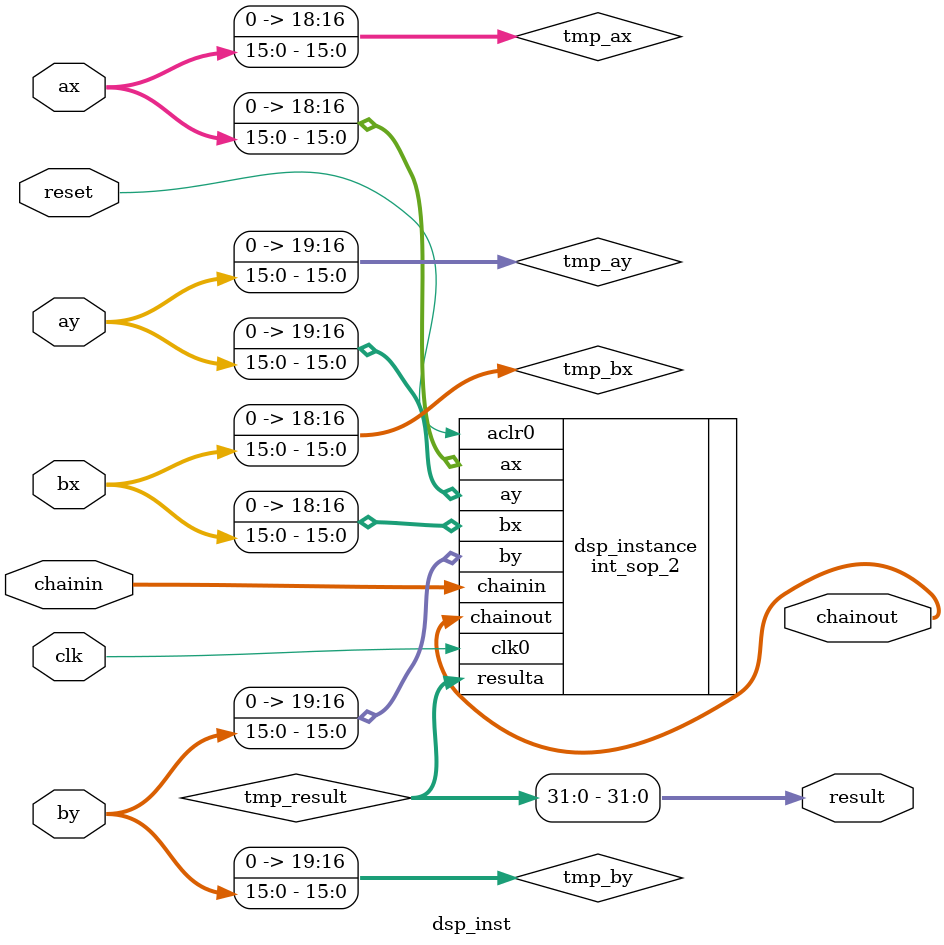
<source format=v>
/* Simplified MVM used for FPT'23 */

module mvm (
	clk,
	rst,
	rx_tvalid,
	rx_tdata,
	rx_tstrb,
	rx_tkeep,
	rx_tid,
	rx_tdest,
	rx_tuser,
	rx_tlast,
	rx_tready,	
	tx_tvalid,
	tx_tdata,
	tx_tstrb,
	tx_tkeep,
	tx_tid,
	tx_tdest,
	tx_tuser,
	tx_tlast,
	tx_tready
);

input wire          clk;
input wire          rst;
// Rx interface
input wire          rx_tvalid;
input wire  [511:0] rx_tdata;
input wire  [ 63:0] rx_tstrb;
input wire  [ 63:0] rx_tkeep;
input wire  [  7:0] rx_tid;
input wire  [  7:0] rx_tdest;
input wire  [ 31:0] rx_tuser;
input wire          rx_tlast;
output wire         rx_tready;	
// Tx interface
output wire         tx_tvalid;
output wire [511:0] tx_tdata;
output wire [ 63:0] tx_tstrb;
output wire [ 63:0] tx_tkeep;
output wire [  7:0] tx_tid;
output wire [  7:0] tx_tdest;
output wire [ 31:0] tx_tuser;
output wire         tx_tlast;
input  wire         tx_tready;

// Hook up unused Rx signals to dummy registers to avoid being synthesized away
reg [63:0] dummy_rx_tstrb;
reg [63:0] dummy_rx_tkeep;
reg [63:0] dummy_rx_tdest;

always @ (posedge clk) begin
	dummy_rx_tstrb <= rx_tstrb;
	dummy_rx_tkeep <= rx_tkeep;
	dummy_rx_tdest <= rx_tdest;
end

wire [8:0] inst_raddr;
assign inst_raddr = rx_tuser[15:9];
wire [8:0] inst_waddr;
assign inst_waddr = rx_tuser[8:0];
wire inst_wen;
assign inst_wen = (rx_tid == 0);
wire [511:0] inst_wdata;
assign inst_wdata = rx_tdata;
wire [511:0] inst_rdata; 
wire [8:0] inst_rf_raddr, inst_accum_raddr;
wire inst_reduce, inst_accum_en, inst_release, inst_jump, inst_en, inst_last;

memory_block instruction_fifo (.clk(clk), .waddr(inst_waddr), .wen(inst_wen), .wdata(inst_wdata), .raddr(inst_raddr), .rdata(inst_rdata));

assign inst_rf_raddr = inst_rdata[23:15];
assign inst_accum_raddr = inst_rdata[14:6];
assign inst_last = inst_rdata[5];
assign inst_reduce = inst_rdata[2];
assign inst_accum_en = inst_rdata[3];
assign inst_release = inst_rdata[4];
assign inst_jump = inst_rdata[1];
assign inst_en = inst_rdata[0];

wire input_fifo_empty, input_fifo_full;
wire [511:0] input_fifo_idata;
assign input_fifo_idata = rx_tdata;
wire [511:0] input_fifo_odata;
wire input_fifo_push, input_fifo_pop;
assign input_fifo_push = (rx_tid == 2);
assign input_fifo_pop = inst_last;

fifo_mvm input_fifo (.clk(clk), .rst(rst), .push(input_fifo_push), .idata(input_fifo_idata), .pop(input_fifo_pop), .odata(input_fifo_odata), .empty(input_fifo_empty), .full(input_fifo_full));

wire reduction_fifo_empty, reduction_fifo_full;
wire [511:0] reduction_fifo_idata;
assign reduction_fifo_idata = rx_tdata;
wire [511:0] reduction_fifo_odata;
wire reduction_fifo_push, reduction_fifo_pop;
assign reduction_fifo_push = (rx_tid == 1);
assign reduction_fifo_pop = inst_reduce && !reduction_fifo_empty;

fifo_mvm reduction_fifo (.clk(clk), .rst(rst), .push(reduction_fifo_push), .idata(reduction_fifo_idata), .pop(reduction_fifo_pop), .odata(reduction_fifo_odata), .empty(reduction_fifo_empty), .full(reduction_fifo_full));

wire [8:0] accum_mem_waddr;
wire [511:0] accum_mem_rdata;
wire [17:0] temp_accum_addr, delay_accum_addr;
assign temp_accum_addr = {9'b0, inst_accum_raddr};

dpe_pipeline accum_addr_pipeline (.clk(clk), .rst(rst), .data_in(temp_accum_addr), .data_out(delay_accum_addr));

wire [8:0] rf_waddr;
assign rf_waddr = rx_tuser[8:0];
wire [511:0] rf_wdata;
assign rf_wdata = rx_tdata;
wire [15:0] rf_wen;
assign rf_wen = rx_tuser[24:9];
wire [511:0] rf_rdata_1, rf_rdata_2, rf_rdata_3, rf_rdata_4, rf_rdata_5, rf_rdata_6, rf_rdata_7, rf_rdata_8,
             rf_rdata_9, rf_rdata_10, rf_rdata_11, rf_rdata_12, rf_rdata_13, rf_rdata_14, rf_rdata_15, rf_rdata_16;

wire [511:0] dpe_results;
wire [15:0] dpe_ovalid;

memory_block accum_mem (.clk(clk), .waddr(delay_accum_addr[8:0]), .wen(dpe_ovalid[0]), .wdata(dpe_results), .raddr(inst_accum_raddr), .rdata(accum_mem_rdata));


memory_block rf_01(.clk(clk), .waddr(rf_waddr), .wen(rf_wen[0]), .wdata(rf_wdata), .raddr(inst_rf_raddr), .rdata(rf_rdata_1));
memory_block rf_02(.clk(clk), .waddr(rf_waddr), .wen(rf_wen[1]), .wdata(rf_wdata), .raddr(inst_rf_raddr), .rdata(rf_rdata_2));
memory_block rf_03(.clk(clk), .waddr(rf_waddr), .wen(rf_wen[2]), .wdata(rf_wdata), .raddr(inst_rf_raddr), .rdata(rf_rdata_3));
memory_block rf_04(.clk(clk), .waddr(rf_waddr), .wen(rf_wen[3]), .wdata(rf_wdata), .raddr(inst_rf_raddr), .rdata(rf_rdata_4));
memory_block rf_05(.clk(clk), .waddr(rf_waddr), .wen(rf_wen[4]), .wdata(rf_wdata), .raddr(inst_rf_raddr), .rdata(rf_rdata_5));
memory_block rf_06(.clk(clk), .waddr(rf_waddr), .wen(rf_wen[5]), .wdata(rf_wdata), .raddr(inst_rf_raddr), .rdata(rf_rdata_6));
memory_block rf_07(.clk(clk), .waddr(rf_waddr), .wen(rf_wen[6]), .wdata(rf_wdata), .raddr(inst_rf_raddr), .rdata(rf_rdata_7));
memory_block rf_08(.clk(clk), .waddr(rf_waddr), .wen(rf_wen[7]), .wdata(rf_wdata), .raddr(inst_rf_raddr), .rdata(rf_rdata_8));
memory_block rf_09(.clk(clk), .waddr(rf_waddr), .wen(rf_wen[8]), .wdata(rf_wdata), .raddr(inst_rf_raddr), .rdata(rf_rdata_9));
memory_block rf_10(.clk(clk), .waddr(rf_waddr), .wen(rf_wen[9]), .wdata(rf_wdata), .raddr(inst_rf_raddr), .rdata(rf_rdata_10));
memory_block rf_11(.clk(clk), .waddr(rf_waddr), .wen(rf_wen[10]), .wdata(rf_wdata), .raddr(inst_rf_raddr), .rdata(rf_rdata_11));
memory_block rf_12(.clk(clk), .waddr(rf_waddr), .wen(rf_wen[11]), .wdata(rf_wdata), .raddr(inst_rf_raddr), .rdata(rf_rdata_12));
memory_block rf_13(.clk(clk), .waddr(rf_waddr), .wen(rf_wen[12]), .wdata(rf_wdata), .raddr(inst_rf_raddr), .rdata(rf_rdata_13));
memory_block rf_14(.clk(clk), .waddr(rf_waddr), .wen(rf_wen[13]), .wdata(rf_wdata), .raddr(inst_rf_raddr), .rdata(rf_rdata_14));
memory_block rf_15(.clk(clk), .waddr(rf_waddr), .wen(rf_wen[14]), .wdata(rf_wdata), .raddr(inst_rf_raddr), .rdata(rf_rdata_15));
memory_block rf_16(.clk(clk), .waddr(rf_waddr), .wen(rf_wen[15]), .wdata(rf_wdata), .raddr(inst_rf_raddr), .rdata(rf_rdata_16));

wire dpe_ivalid;
assign dpe_ivalid = inst_en && inst_release;
dpe dpe_01 (.clk(clk), .rst(rst), .ivalid(dpe_ivalid), .accum(inst_accum_en), .reduce(inst_reduce), .dataa(input_fifo_odata), .datab(rf_rdata_1), .datac(reduction_fifo_odata[(32*1)-1:32*0]), .datad(accum_mem_rdata[(32*1)-1:32*0]), .result(dpe_results[(32*1)-1:32*0]), .ovalid(dpe_ovalid[0]));
dpe dpe_02 (.clk(clk), .rst(rst), .ivalid(dpe_ivalid), .accum(inst_accum_en), .reduce(inst_reduce), .dataa(input_fifo_odata), .datab(rf_rdata_2), .datac(reduction_fifo_odata[(32*2)-1:32*1]), .datad(accum_mem_rdata[(32*2)-1:32*1]), .result(dpe_results[(32*2)-1:32*1]), .ovalid(dpe_ovalid[1]));
dpe dpe_03 (.clk(clk), .rst(rst), .ivalid(dpe_ivalid), .accum(inst_accum_en), .reduce(inst_reduce), .dataa(input_fifo_odata), .datab(rf_rdata_3), .datac(reduction_fifo_odata[(32*3)-1:32*2]), .datad(accum_mem_rdata[(32*3)-1:32*2]), .result(dpe_results[(32*3)-1:32*2]), .ovalid(dpe_ovalid[2]));
dpe dpe_04 (.clk(clk), .rst(rst), .ivalid(dpe_ivalid), .accum(inst_accum_en), .reduce(inst_reduce), .dataa(input_fifo_odata), .datab(rf_rdata_4), .datac(reduction_fifo_odata[(32*4)-1:32*3]), .datad(accum_mem_rdata[(32*4)-1:32*3]), .result(dpe_results[(32*4)-1:32*3]), .ovalid(dpe_ovalid[3]));
dpe dpe_05 (.clk(clk), .rst(rst), .ivalid(dpe_ivalid), .accum(inst_accum_en), .reduce(inst_reduce), .dataa(input_fifo_odata), .datab(rf_rdata_5), .datac(reduction_fifo_odata[(32*5)-1:32*4]), .datad(accum_mem_rdata[(32*5)-1:32*4]), .result(dpe_results[(32*5)-1:32*4]), .ovalid(dpe_ovalid[4]));
dpe dpe_06 (.clk(clk), .rst(rst), .ivalid(dpe_ivalid), .accum(inst_accum_en), .reduce(inst_reduce), .dataa(input_fifo_odata), .datab(rf_rdata_6), .datac(reduction_fifo_odata[(32*6)-1:32*5]), .datad(accum_mem_rdata[(32*6)-1:32*5]), .result(dpe_results[(32*6)-1:32*5]), .ovalid(dpe_ovalid[5]));
dpe dpe_07 (.clk(clk), .rst(rst), .ivalid(dpe_ivalid), .accum(inst_accum_en), .reduce(inst_reduce), .dataa(input_fifo_odata), .datab(rf_rdata_7), .datac(reduction_fifo_odata[(32*7)-1:32*6]), .datad(accum_mem_rdata[(32*7)-1:32*6]), .result(dpe_results[(32*7)-1:32*6]), .ovalid(dpe_ovalid[6]));
dpe dpe_08 (.clk(clk), .rst(rst), .ivalid(dpe_ivalid), .accum(inst_accum_en), .reduce(inst_reduce), .dataa(input_fifo_odata), .datab(rf_rdata_8), .datac(reduction_fifo_odata[(32*8)-1:32*7]), .datad(accum_mem_rdata[(32*8)-1:32*7]), .result(dpe_results[(32*8)-1:32*7]), .ovalid(dpe_ovalid[7]));
dpe dpe_09 (.clk(clk), .rst(rst), .ivalid(dpe_ivalid), .accum(inst_accum_en), .reduce(inst_reduce), .dataa(input_fifo_odata), .datab(rf_rdata_9), .datac(reduction_fifo_odata[(32*9)-1:32*8]), .datad(accum_mem_rdata[(32*9)-1:32*8]), .result(dpe_results[(32*9)-1:32*8]), .ovalid(dpe_ovalid[8]));
dpe dpe_10 (.clk(clk), .rst(rst), .ivalid(dpe_ivalid), .accum(inst_accum_en), .reduce(inst_reduce), .dataa(input_fifo_odata), .datab(rf_rdata_10), .datac(reduction_fifo_odata[(32*10)-1:32*9]), .datad(accum_mem_rdata[(32*10)-1:32*9]), .result(dpe_results[(32*10)-1:32*9]), .ovalid(dpe_ovalid[9]));
dpe dpe_11 (.clk(clk), .rst(rst), .ivalid(dpe_ivalid), .accum(inst_accum_en), .reduce(inst_reduce), .dataa(input_fifo_odata), .datab(rf_rdata_11), .datac(reduction_fifo_odata[(32*11)-1:32*10]), .datad(accum_mem_rdata[(32*11)-1:32*10]), .result(dpe_results[(32*11)-1:32*10]), .ovalid(dpe_ovalid[10]));
dpe dpe_12 (.clk(clk), .rst(rst), .ivalid(dpe_ivalid), .accum(inst_accum_en), .reduce(inst_reduce), .dataa(input_fifo_odata), .datab(rf_rdata_12), .datac(reduction_fifo_odata[(32*12)-1:32*11]), .datad(accum_mem_rdata[(32*12)-1:32*11]), .result(dpe_results[(32*12)-1:32*11]), .ovalid(dpe_ovalid[11]));
dpe dpe_13 (.clk(clk), .rst(rst), .ivalid(dpe_ivalid), .accum(inst_accum_en), .reduce(inst_reduce), .dataa(input_fifo_odata), .datab(rf_rdata_13), .datac(reduction_fifo_odata[(32*13)-1:32*12]), .datad(accum_mem_rdata[(32*13)-1:32*12]), .result(dpe_results[(32*13)-1:32*12]), .ovalid(dpe_ovalid[12]));
dpe dpe_14 (.clk(clk), .rst(rst), .ivalid(dpe_ivalid), .accum(inst_accum_en), .reduce(inst_reduce), .dataa(input_fifo_odata), .datab(rf_rdata_14), .datac(reduction_fifo_odata[(32*14)-1:32*13]), .datad(accum_mem_rdata[(32*14)-1:32*13]), .result(dpe_results[(32*14)-1:32*13]), .ovalid(dpe_ovalid[13]));
dpe dpe_15 (.clk(clk), .rst(rst), .ivalid(dpe_ivalid), .accum(inst_accum_en), .reduce(inst_reduce), .dataa(input_fifo_odata), .datab(rf_rdata_15), .datac(reduction_fifo_odata[(32*15)-1:32*14]), .datad(accum_mem_rdata[(32*15)-1:32*14]), .result(dpe_results[(32*15)-1:32*14]), .ovalid(dpe_ovalid[14]));
dpe dpe_16 (.clk(clk), .rst(rst), .ivalid(dpe_ivalid), .accum(inst_accum_en), .reduce(inst_reduce), .dataa(input_fifo_odata), .datab(rf_rdata_16), .datac(reduction_fifo_odata[(32*16)-1:32*15]), .datad(accum_mem_rdata[(32*16)-1:32*15]), .result(dpe_results[(32*16)-1:32*15]), .ovalid(dpe_ovalid[15]));

wire output_fifo_empty, output_fifo_full;
wire [511:0] output_fifo_odata;
wire output_fifo_pop;
assign output_fifo_pop = tx_tready && !output_fifo_empty;
fifo_mvm output_fifo (.clk(clk), .rst(rst), .push(dpe_ovalid[0]), .idata(dpe_results), .pop(output_fifo_pop), .odata(output_fifo_odata), .empty(output_fifo_empty), .full(output_fifo_full));

reg [ 63:0] r_tx_tstrb;
reg [ 63:0] r_tx_tkeep;
reg [  7:0] r_tx_tid;
reg [  7:0] r_tx_tdest;
reg [ 31:0] r_tx_tuser;
reg         r_tx_tlast;
always @ (posedge clk) begin
  if (rst) begin
    r_tx_tstrb <= 0;
    r_tx_tkeep <= 0;
    r_tx_tid   <= 0;
    r_tx_tdest <= 0;
    r_tx_tuser <= 0;
    r_tx_tlast <= 0;
  end else begin
    r_tx_tstrb <= rx_tstrb;
    r_tx_tkeep <= rx_tkeep;
    r_tx_tid   <= rx_tid;
    r_tx_tdest <= rx_tdest;
    r_tx_tuser <= rx_tuser;
    r_tx_tlast <= rx_tlast;
  end
end

assign tx_tvalid = tx_tready && !output_fifo_empty;
assign tx_tdata  = output_fifo_odata;
assign tx_tstrb  = r_tx_tstrb;
assign tx_tkeep  = r_tx_tkeep;
assign tx_tid    = r_tx_tid; 
assign tx_tdest  = r_tx_tdest;
assign tx_tuser  = r_tx_tuser;
assign tx_tlast  = r_tx_tlast;
assign rx_tready = !input_fifo_full;

endmodule


module dpe (
	clk,
	rst,
	ivalid,
	accum,
	reduce,
	dataa,
	datab,
	datac,
	datad,
	result,
	ovalid
);

input  wire         clk;
input  wire         rst;
input  wire         ivalid;
input  wire         accum;
input  wire         reduce;
input  wire [511:0] dataa;
input  wire [511:0] datab;
input  wire [ 31:0] datac;
input  wire [ 31:0] datad;
output wire [ 31:0] result;
output wire         ovalid;

wire [36:0] chain_atom01_to_atom00, chain_atom02_to_atom01, chain_atom03_to_atom02, chain_atom04_to_atom03, 
						chain_atom05_to_atom04, chain_atom06_to_atom05, chain_atom07_to_atom06, chain_atom08_to_atom07, 
						chain_atom09_to_atom08, chain_atom10_to_atom09, chain_atom11_to_atom10, chain_atom12_to_atom11, 
						chain_atom13_to_atom12, chain_atom14_to_atom13, chain_atom15_to_atom14, dummy_chain;
wire [31:0] res15, res14, res13, res12, res11, res10, res09, res08, res07, res06, res05, res04, res03, res02, res01, res00;

wire [33:0] temp_datac, temp_datad, delay_datac, delay_datad;
assign temp_datac = {ivalid, accum,  datac};
assign temp_datad = {ivalid, reduce, datad};

dpe_pipeline datac_pipe (.clk(clk), .rst(rst), .data_in(temp_datac), .data_out(delay_datac));
dpe_pipeline datad_pipe (.clk(clk), .rst(rst), .data_in(temp_datad), .data_out(delay_datad));

dsp_inst d15(.clk(clk), .reset(rst), .ax(dataa[ (16*1)-1: 16*0]), .ay(datab[ (16*1)-1: 16*0]), .bx(dataa[ (16*2)-1: 16*1]), .by(datab[ (16*2)-1: 16*1]), .chainin(                 37'd0), .result(res15), .chainout(chain_atom15_to_atom14));
dsp_inst d14(.clk(clk), .reset(rst), .ax(dataa[ (16*3)-1: 16*2]), .ay(datab[ (16*3)-1: 16*2]), .bx(dataa[ (16*4)-1: 16*3]), .by(datab[ (16*4)-1: 16*3]), .chainin(chain_atom15_to_atom14), .result(res14), .chainout(chain_atom14_to_atom13));
dsp_inst d13(.clk(clk), .reset(rst), .ax(dataa[ (16*5)-1: 16*4]), .ay(datab[ (16*5)-1: 16*4]), .bx(dataa[ (16*6)-1: 16*5]), .by(datab[ (16*6)-1: 16*5]), .chainin(chain_atom14_to_atom13), .result(res13), .chainout(chain_atom13_to_atom12));
dsp_inst d12(.clk(clk), .reset(rst), .ax(dataa[ (16*7)-1: 16*6]), .ay(datab[ (16*7)-1: 16*6]), .bx(dataa[ (16*8)-1: 16*7]), .by(datab[ (16*8)-1: 16*7]), .chainin(chain_atom13_to_atom12), .result(res12), .chainout(chain_atom12_to_atom11));
dsp_inst d11(.clk(clk), .reset(rst), .ax(dataa[ (16*9)-1: 16*8]), .ay(datab[ (16*9)-1: 16*8]), .bx(dataa[(16*10)-1: 16*9]), .by(datab[(16*10)-1: 16*9]), .chainin(chain_atom12_to_atom11), .result(res11), .chainout(chain_atom11_to_atom10));
dsp_inst d10(.clk(clk), .reset(rst), .ax(dataa[(16*11)-1:16*10]), .ay(datab[(16*11)-1:16*10]), .bx(dataa[(16*12)-1:16*11]), .by(datab[(16*12)-1:16*11]), .chainin(chain_atom11_to_atom10), .result(res10), .chainout(chain_atom10_to_atom09));
dsp_inst d09(.clk(clk), .reset(rst), .ax(dataa[(16*13)-1:16*12]), .ay(datab[(16*13)-1:16*12]), .bx(dataa[(16*14)-1:16*13]), .by(datab[(16*14)-1:16*13]), .chainin(chain_atom10_to_atom09), .result(res09), .chainout(chain_atom09_to_atom08));
dsp_inst d08(.clk(clk), .reset(rst), .ax(dataa[(16*15)-1:16*14]), .ay(datab[(16*15)-1:16*14]), .bx(dataa[(16*16)-1:16*15]), .by(datab[(16*16)-1:16*15]), .chainin(chain_atom09_to_atom08), .result(res08), .chainout(chain_atom08_to_atom07));
dsp_inst d07(.clk(clk), .reset(rst), .ax(dataa[(16*17)-1:16*16]), .ay(datab[(16*17)-1:16*16]), .bx(dataa[(16*18)-1:16*17]), .by(datab[(16*18)-1:16*17]), .chainin(chain_atom08_to_atom07), .result(res07), .chainout(chain_atom07_to_atom06));
dsp_inst d06(.clk(clk), .reset(rst), .ax(dataa[(16*19)-1:16*18]), .ay(datab[(16*19)-1:16*18]), .bx(dataa[(16*20)-1:16*19]), .by(datab[(16*20)-1:16*19]), .chainin(chain_atom07_to_atom06), .result(res06), .chainout(chain_atom06_to_atom05));
dsp_inst d05(.clk(clk), .reset(rst), .ax(dataa[(16*21)-1:16*20]), .ay(datab[(16*21)-1:16*20]), .bx(dataa[(16*22)-1:16*21]), .by(datab[(16*22)-1:16*21]), .chainin(chain_atom06_to_atom05), .result(res05), .chainout(chain_atom05_to_atom04));
dsp_inst d04(.clk(clk), .reset(rst), .ax(dataa[(16*23)-1:16*22]), .ay(datab[(16*23)-1:16*22]), .bx(dataa[(16*24)-1:16*23]), .by(datab[(16*24)-1:16*23]), .chainin(chain_atom05_to_atom04), .result(res04), .chainout(chain_atom04_to_atom03));
dsp_inst d03(.clk(clk), .reset(rst), .ax(dataa[(16*25)-1:16*24]), .ay(datab[(16*25)-1:16*24]), .bx(dataa[(16*26)-1:16*25]), .by(datab[(16*26)-1:16*25]), .chainin(chain_atom04_to_atom03), .result(res03), .chainout(chain_atom03_to_atom02));
dsp_inst d02(.clk(clk), .reset(rst), .ax(dataa[(16*27)-1:16*26]), .ay(datab[(16*27)-1:16*26]), .bx(dataa[(16*28)-1:16*27]), .by(datab[(16*28)-1:16*27]), .chainin(chain_atom03_to_atom02), .result(res02), .chainout(chain_atom02_to_atom01));
dsp_inst d01(.clk(clk), .reset(rst), .ax(dataa[(16*29)-1:16*28]), .ay(datab[(16*29)-1:16*28]), .bx(dataa[(16*30)-1:16*29]), .by(datab[(16*30)-1:16*29]), .chainin(chain_atom02_to_atom01), .result(res01), .chainout(chain_atom01_to_atom00));
dsp_inst d00(.clk(clk), .reset(rst), .ax(dataa[(16*31)-1:16*30]), .ay(datab[(16*31)-1:16*30]), .bx(dataa[(16*32)-1:16*31]), .by(datab[(16*32)-1:16*31]), .chainin(chain_atom01_to_atom00), .result(res00), .chainout(           dummy_chain));

reg [31:0] r_result;
reg r_ovalid;

always @ (posedge clk) begin
	if (rst) begin
		r_result <= 0;
		r_ovalid <= 1'b0;
	end else begin
		if (delay_datac[33]) begin
			if (delay_datac[32] && delay_datad[32]) begin
				r_result <= res00 + delay_datac[31:0] + delay_datad[31:0];
			end else if (delay_datac[32] && !delay_datad[32]) begin
				r_result <= res00 + delay_datac[31:0];
			end else if (!delay_datac[32] && delay_datad[32]) begin
				r_result <= res00 + delay_datad[31:0];
			end else begin
				r_result <= res00;
			end
		end
		r_ovalid <= delay_datac[33] && delay_datad[33];
	end
end

assign result = r_result;
assign ovalid = r_ovalid;

endmodule

module memory_block (
	clk,
	waddr,
	wen,
	wdata,
	raddr,
	rdata
);

input  wire         clk;
input  wire [  8:0] waddr;
input  wire         wen;
input  wire [511:0] wdata;
input  wire [  8:0] raddr;
output wire [511:0] rdata;

bram_inst b0  (.clk(clk), .wen(wen), .wdata(wdata[(32*1)-1:32*0]),   .waddr(waddr), .raddr(raddr), .rdata(rdata[(32*1)-1:32*0]));
bram_inst b1  (.clk(clk), .wen(wen), .wdata(wdata[(32*2)-1:32*1]),   .waddr(waddr), .raddr(raddr), .rdata(rdata[(32*2)-1:32*1]));
bram_inst b2  (.clk(clk), .wen(wen), .wdata(wdata[(32*3)-1:32*2]),   .waddr(waddr), .raddr(raddr), .rdata(rdata[(32*3)-1:32*2]));
bram_inst b3  (.clk(clk), .wen(wen), .wdata(wdata[(32*4)-1:32*3]),   .waddr(waddr), .raddr(raddr), .rdata(rdata[(32*4)-1:32*3]));
bram_inst b4  (.clk(clk), .wen(wen), .wdata(wdata[(32*5)-1:32*4]),   .waddr(waddr), .raddr(raddr), .rdata(rdata[(32*5)-1:32*4]));
bram_inst b5  (.clk(clk), .wen(wen), .wdata(wdata[(32*6)-1:32*5]),   .waddr(waddr), .raddr(raddr), .rdata(rdata[(32*6)-1:32*5]));
bram_inst b6  (.clk(clk), .wen(wen), .wdata(wdata[(32*7)-1:32*6]),   .waddr(waddr), .raddr(raddr), .rdata(rdata[(32*7)-1:32*6]));
bram_inst b7  (.clk(clk), .wen(wen), .wdata(wdata[(32*8)-1:32*7]),   .waddr(waddr), .raddr(raddr), .rdata(rdata[(32*8)-1:32*7]));
bram_inst b8  (.clk(clk), .wen(wen), .wdata(wdata[(32*9)-1:32*8]),   .waddr(waddr), .raddr(raddr), .rdata(rdata[(32*9)-1:32*8]));
bram_inst b9  (.clk(clk), .wen(wen), .wdata(wdata[(32*10)-1:32*9]),  .waddr(waddr), .raddr(raddr), .rdata(rdata[(32*10)-1:32*9]));
bram_inst b10 (.clk(clk), .wen(wen), .wdata(wdata[(32*11)-1:32*10]), .waddr(waddr), .raddr(raddr), .rdata(rdata[(32*11)-1:32*10]));
bram_inst b11 (.clk(clk), .wen(wen), .wdata(wdata[(32*12)-1:32*11]), .waddr(waddr), .raddr(raddr), .rdata(rdata[(32*12)-1:32*11]));
bram_inst b12 (.clk(clk), .wen(wen), .wdata(wdata[(32*13)-1:32*12]), .waddr(waddr), .raddr(raddr), .rdata(rdata[(32*13)-1:32*12]));
bram_inst b13 (.clk(clk), .wen(wen), .wdata(wdata[(32*14)-1:32*13]), .waddr(waddr), .raddr(raddr), .rdata(rdata[(32*14)-1:32*13]));
bram_inst b14 (.clk(clk), .wen(wen), .wdata(wdata[(32*15)-1:32*14]), .waddr(waddr), .raddr(raddr), .rdata(rdata[(32*15)-1:32*14]));
bram_inst b15 (.clk(clk), .wen(wen), .wdata(wdata[(32*16)-1:32*15]), .waddr(waddr), .raddr(raddr), .rdata(rdata[(32*16)-1:32*15]));

endmodule

module fifo_mvm (
  clk,
  rst,
  push,
  idata,
  pop,
  odata,
  empty,
  full
);

input  wire clk;
input  wire rst;
input  wire push;
input  wire [511:0] idata;
input  wire pop;
output wire [511:0] odata;
output reg empty;
output reg full;

reg [8:0] head_ptr;
reg [8:0] tail_ptr;

bram_inst b0  (.clk(clk), .wen(push), .wdata(idata[(32*1)-1:32*0]),   .waddr(tail_ptr), .raddr(head_ptr), .rdata(odata[(32*1)-1:32*0]));
bram_inst b1  (.clk(clk), .wen(push), .wdata(idata[(32*2)-1:32*1]),   .waddr(tail_ptr), .raddr(head_ptr), .rdata(odata[(32*2)-1:32*1]));
bram_inst b2  (.clk(clk), .wen(push), .wdata(idata[(32*3)-1:32*2]),   .waddr(tail_ptr), .raddr(head_ptr), .rdata(odata[(32*3)-1:32*2]));
bram_inst b3  (.clk(clk), .wen(push), .wdata(idata[(32*4)-1:32*3]),   .waddr(tail_ptr), .raddr(head_ptr), .rdata(odata[(32*4)-1:32*3]));
bram_inst b4  (.clk(clk), .wen(push), .wdata(idata[(32*5)-1:32*4]),   .waddr(tail_ptr), .raddr(head_ptr), .rdata(odata[(32*5)-1:32*4]));
bram_inst b5  (.clk(clk), .wen(push), .wdata(idata[(32*6)-1:32*5]),   .waddr(tail_ptr), .raddr(head_ptr), .rdata(odata[(32*6)-1:32*5]));
bram_inst b6  (.clk(clk), .wen(push), .wdata(idata[(32*7)-1:32*6]),   .waddr(tail_ptr), .raddr(head_ptr), .rdata(odata[(32*7)-1:32*6]));
bram_inst b7  (.clk(clk), .wen(push), .wdata(idata[(32*8)-1:32*7]),   .waddr(tail_ptr), .raddr(head_ptr), .rdata(odata[(32*8)-1:32*7]));
bram_inst b8  (.clk(clk), .wen(push), .wdata(idata[(32*9)-1:32*8]),   .waddr(tail_ptr), .raddr(head_ptr), .rdata(odata[(32*9)-1:32*8]));
bram_inst b9  (.clk(clk), .wen(push), .wdata(idata[(32*10)-1:32*9]),  .waddr(tail_ptr), .raddr(head_ptr), .rdata(odata[(32*10)-1:32*9]));
bram_inst b10 (.clk(clk), .wen(push), .wdata(idata[(32*11)-1:32*10]), .waddr(tail_ptr), .raddr(head_ptr), .rdata(odata[(32*11)-1:32*10]));
bram_inst b11 (.clk(clk), .wen(push), .wdata(idata[(32*12)-1:32*11]), .waddr(tail_ptr), .raddr(head_ptr), .rdata(odata[(32*12)-1:32*11]));
bram_inst b12 (.clk(clk), .wen(push), .wdata(idata[(32*13)-1:32*12]), .waddr(tail_ptr), .raddr(head_ptr), .rdata(odata[(32*13)-1:32*12]));
bram_inst b13 (.clk(clk), .wen(push), .wdata(idata[(32*14)-1:32*13]), .waddr(tail_ptr), .raddr(head_ptr), .rdata(odata[(32*14)-1:32*13]));
bram_inst b14 (.clk(clk), .wen(push), .wdata(idata[(32*15)-1:32*14]), .waddr(tail_ptr), .raddr(head_ptr), .rdata(odata[(32*15)-1:32*14]));
bram_inst b15 (.clk(clk), .wen(push), .wdata(idata[(32*16)-1:32*15]), .waddr(tail_ptr), .raddr(head_ptr), .rdata(odata[(32*16)-1:32*15]));

always @ (posedge clk) begin
	if (rst) begin
		head_ptr <= 0;
		tail_ptr <= 0;
	end else begin
		if (push) tail_ptr <= tail_ptr + 1;		
		if (pop)  head_ptr <= head_ptr + 1;
	end
end

always @ (*) begin
  if (tail_ptr == head_ptr) begin
    empty = 1'b1;
  end else begin
    empty = 1'b0;
  end

  if (tail_ptr+1 == head_ptr) begin
    full = 1'b1;
  end else begin
    full = 1'b0;
  end
end

endmodule


module bram_inst(
	clk,
	wen,
	wdata,
	waddr,
	raddr,
	rdata
);

input  wire        clk;
input  wire        wen;
input  wire [31:0] wdata;
input  wire [ 8:0] waddr;
input  wire [ 8:0] raddr;
output wire [31:0] rdata;

wire [39:0] rtemp;
wire [39:0] wtemp;
wire [8:0] addrtemp;
assign rdata = rtemp[31:0];
assign wtemp = {8'd0, wdata};
assign addrtemp = waddr | raddr;

single_port_ram bram_instance(
	.data(wtemp),
	.q(rtemp),
	.address(addrtemp),
	.wren(wen),
	.clock(clk)
);

endmodule


module dpe_pipeline (
	clk,
	rst,
	data_in,
	data_out
);

input  wire        clk;
input  wire        rst;
input  wire [33:0] data_in;
output wire [33:0] data_out;

reg [33:0] r_pipeline_00; 
reg [33:0] r_pipeline_01;
reg [33:0] r_pipeline_02;
reg [33:0] r_pipeline_03;  
reg [33:0] r_pipeline_04; 
reg [33:0] r_pipeline_05;
reg [33:0] r_pipeline_06;
reg [33:0] r_pipeline_07;  
reg [33:0] r_pipeline_08; 
reg [33:0] r_pipeline_09;
reg [33:0] r_pipeline_10;
reg [33:0] r_pipeline_11;  
reg [33:0] r_pipeline_12; 
reg [33:0] r_pipeline_13;
reg [33:0] r_pipeline_14;
reg [33:0] r_pipeline_15; 
reg [33:0] r_pipeline_16;
reg [33:0] r_pipeline_17;
reg [33:0] r_pipeline_18;  
reg [33:0] r_pipeline_19; 
reg [33:0] r_pipeline_20;
reg [33:0] r_pipeline_21;
reg [33:0] r_pipeline_22;  
reg [33:0] r_pipeline_23; 
reg [33:0] r_pipeline_24;
reg [33:0] r_pipeline_25;
reg [33:0] r_pipeline_26;  
reg [33:0] r_pipeline_27; 
reg [33:0] r_pipeline_28;
reg [33:0] r_pipeline_29;
reg [33:0] r_pipeline_30;
reg [33:0] r_pipeline_31;

always @ (posedge clk) begin
	if (rst) begin
		r_pipeline_00 <= 0;
		r_pipeline_01 <= 0;
		r_pipeline_02 <= 0;
		r_pipeline_03 <= 0;
		r_pipeline_04 <= 0;
		r_pipeline_05 <= 0;
		r_pipeline_06 <= 0;
		r_pipeline_07 <= 0;
		r_pipeline_08 <= 0;
		r_pipeline_09 <= 0;
		r_pipeline_10 <= 0;
		r_pipeline_11 <= 0;
		r_pipeline_12 <= 0;
		r_pipeline_13 <= 0;
		r_pipeline_14 <= 0;
		r_pipeline_15 <= 0;
		r_pipeline_16 <= 0;
		r_pipeline_17 <= 0;
		r_pipeline_18 <= 0;
		r_pipeline_19 <= 0;
		r_pipeline_20 <= 0;
		r_pipeline_21 <= 0;
		r_pipeline_22 <= 0;
		r_pipeline_23 <= 0;
		r_pipeline_24 <= 0;
		r_pipeline_25 <= 0;
		r_pipeline_26 <= 0;
		r_pipeline_27 <= 0;
		r_pipeline_28 <= 0;
		r_pipeline_29 <= 0;
		r_pipeline_30 <= 0;
		r_pipeline_31 <= 0;
	end else begin
		r_pipeline_00 <= r_pipeline_01;
		r_pipeline_01 <= r_pipeline_02;
		r_pipeline_02 <= r_pipeline_03;
		r_pipeline_03 <= r_pipeline_04;
		r_pipeline_04 <= r_pipeline_05;
		r_pipeline_05 <= r_pipeline_06;
		r_pipeline_06 <= r_pipeline_07;
		r_pipeline_07 <= r_pipeline_08;
		r_pipeline_08 <= r_pipeline_09;
		r_pipeline_09 <= r_pipeline_10;
		r_pipeline_10 <= r_pipeline_11;
		r_pipeline_11 <= r_pipeline_12;
		r_pipeline_12 <= r_pipeline_13;
		r_pipeline_13 <= r_pipeline_14;
		r_pipeline_14 <= r_pipeline_15;
		r_pipeline_15 <= r_pipeline_16;
		r_pipeline_16 <= r_pipeline_17;
		r_pipeline_17 <= r_pipeline_18;
		r_pipeline_18 <= r_pipeline_19;
		r_pipeline_19 <= r_pipeline_20;
		r_pipeline_20 <= r_pipeline_21;
		r_pipeline_21 <= r_pipeline_22;
		r_pipeline_22 <= r_pipeline_23;
		r_pipeline_23 <= r_pipeline_24;
		r_pipeline_24 <= r_pipeline_25;
		r_pipeline_25 <= r_pipeline_26;
		r_pipeline_26 <= r_pipeline_27;
		r_pipeline_27 <= r_pipeline_28;
		r_pipeline_28 <= r_pipeline_29;
		r_pipeline_29 <= r_pipeline_30;
		r_pipeline_30 <= r_pipeline_31;
		r_pipeline_31 <= data_in;
	end 
end

assign data_out = r_pipeline_00;

endmodule


module dsp_inst(
	clk,
	reset,
	ax,
	ay,
	bx,
	by,
	chainin,
	result,
	chainout
);

input  wire        clk;
input  wire        reset;
input  wire [15:0] ax;
input  wire [15:0] ay;
input  wire [15:0] bx;
input  wire [15:0] by;
input  wire [36:0] chainin;
output wire [31:0] result;
output wire [36:0] chainout;

wire [18:0] tmp_ax;
wire [19:0] tmp_ay;
wire [18:0] tmp_bx;
wire [19:0] tmp_by;
wire [36:0] tmp_result;

assign tmp_ax = {2'b0, ax};
assign tmp_ay = {3'b0, ay};
assign tmp_bx = {2'b0, bx};
assign tmp_by = {3'b0, by};
assign result = tmp_result[31:0];

int_sop_2 dsp_instance(
	.ay(tmp_ay),
	.by(tmp_by),
	.ax(tmp_ax),
	.bx(tmp_bx),
	.chainin(chainin),
	.resulta(tmp_result),
	.chainout(chainout),
	.clk0(clk),
	.aclr0(reset)
);

endmodule
</source>
